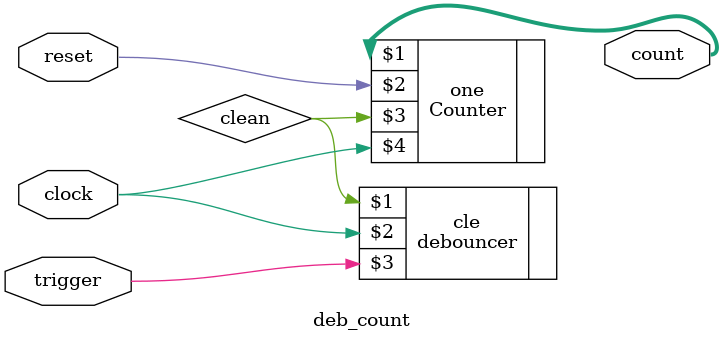
<source format=v>
`timescale 1ns / 1ps
module deb_count(clock, trigger, reset, count);
output [7:0] count;
input reset, clock, trigger;

debouncer cle(clean, clock, trigger);
Counter one(count, reset, clean, clock);


endmodule

</source>
